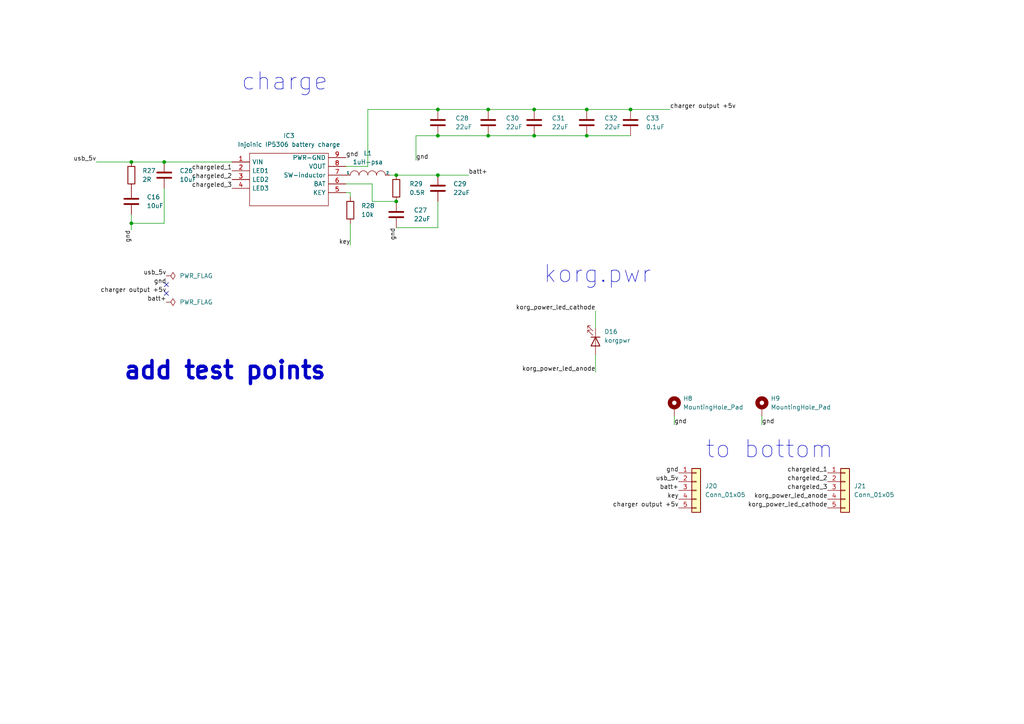
<source format=kicad_sch>
(kicad_sch (version 20211123) (generator eeschema)
  (paper "A4")
  (lib_symbols
    (symbol "Connector_Generic:Conn_01x05" (pin_names (offset 1.016) hide)
      (property "Reference" "J" (at 0 7.62 0))
      (property "Value" "Conn_01x05" (at 0 -7.62 0))
      (symbol "Conn_01x05_1_1"
        (rectangle (start -1.27 -4.953) (end 0 -5.207) (stroke (width 0.1524)))
        (rectangle (start -1.27 -2.413) (end 0 -2.667) (stroke (width 0.1524)))
        (rectangle (start -1.27 0.127) (end 0 -0.127) (stroke (width 0.1524)))
        (rectangle (start -1.27 2.667) (end 0 2.413) (stroke (width 0.1524)))
        (rectangle (start -1.27 5.207) (end 0 4.953) (stroke (width 0.1524)))
        (rectangle (start -1.27 6.35) (end 1.27 -6.35) (stroke (width 0.254)) (fill (type background)))
        (pin passive line (at -5.08 5.08 0) (length 3.81) (name "Pin_1") (number "1"))
        (pin passive line (at -5.08 2.54 0) (length 3.81) (name "Pin_2") (number "2"))
        (pin passive line (at -5.08 0 0) (length 3.81) (name "Pin_3") (number "3"))
        (pin passive line (at -5.08 -2.54 0) (length 3.81) (name "Pin_4") (number "4"))
        (pin passive line (at -5.08 -5.08 0) (length 3.81) (name "Pin_5") (number "5"))
      )
    )
    (symbol "Device:C" (pin_numbers hide) (pin_names (offset 0.254))
      (property "Reference" "C" (at 0.635 2.54 0))
      (property "Value" "C" (at 0.635 -2.54 0))
      (symbol "C_0_1"
        (polyline (pts (xy -2.032 -0.762) (xy 2.032 -0.762)) (stroke (width 0.508)))
        (polyline (pts (xy -2.032 0.762) (xy 2.032 0.762)) (stroke (width 0.508)))
      )
      (symbol "C_1_1"
        (pin passive line (at 0 3.81 270) (length 2.794) (name "~") (number "1"))
        (pin passive line (at 0 -3.81 90) (length 2.794) (name "~") (number "2"))
      )
    )
    (symbol "Device:LED" (pin_numbers hide) (pin_names (offset 1.016) hide)
      (property "Reference" "D" (at 0 2.54 0))
      (property "Value" "LED" (at 0 -2.54 0))
      (symbol "LED_0_1"
        (polyline (pts (xy -1.27 -1.27) (xy -1.27 1.27)) (stroke (width 0.254)))
        (polyline (pts (xy -1.27 0) (xy 1.27 0)))
        (polyline (pts (xy 1.27 -1.27) (xy 1.27 1.27) (xy -1.27 0) (xy 1.27 -1.27)) (stroke (width 0.254)))
        (polyline (pts (xy -3.048 -0.762) (xy -4.572 -2.286) (xy -3.81 -2.286) (xy -4.572 -2.286) (xy -4.572 -1.524)))
        (polyline (pts (xy -1.778 -0.762) (xy -3.302 -2.286) (xy -2.54 -2.286) (xy -3.302 -2.286) (xy -3.302 -1.524)))
      )
      (symbol "LED_1_1"
        (pin passive line (at -3.81 0 0) (length 2.54) (name "K") (number "1"))
        (pin passive line (at 3.81 0 180) (length 2.54) (name "A") (number "2"))
      )
    )
    (symbol "Device:R" (pin_numbers hide) (pin_names (offset 0))
      (property "Reference" "R" (at 2.032 0 90))
      (property "Value" "R" (at 0 0 90))
      (symbol "R_0_1"
        (rectangle (start -1.016 -2.54) (end 1.016 2.54) (stroke (width 0.254)))
      )
      (symbol "R_1_1"
        (pin passive line (at 0 3.81 270) (length 1.27) (name "~") (number "1"))
        (pin passive line (at 0 -3.81 90) (length 1.27) (name "~") (number "2"))
      )
    )
    (symbol "Mechanical:MountingHole_Pad" (pin_numbers hide) (pin_names (offset 1.016) hide)
      (property "Reference" "H" (at 0 6.35 0))
      (property "Value" "MountingHole_Pad" (at 0 4.445 0))
      (symbol "MountingHole_Pad_0_1"
        (circle (center 0 1.27) (radius 1.27) (stroke (width 1.27)))
      )
      (symbol "MountingHole_Pad_1_1"
        (pin input line (at 0 -2.54 90) (length 2.54) (name "1") (number "1"))
      )
    )
    (symbol "clarinoid2:Injoinic IP5306 battery charge" (pin_names (offset 0.762))
      (property "Reference" "IC" (at -11.43 10.16 0))
      (property "Value" "Injoinic IP5306 battery charge" (at -11.43 7.62 0))
      (symbol "Injoinic IP5306 battery charge_0_0"
        (pin power_in line (at -16.51 3.81 0) (length 5.08) (name "VIN") (number "1"))
        (pin output line (at -16.51 1.27 0) (length 5.08) (name "LED1") (number "2"))
        (pin output line (at -16.51 -1.27 0) (length 5.08) (name "LED2") (number "3"))
        (pin passive line (at -16.51 -3.81 0) (length 5.08) (name "LED3") (number "4"))
        (pin passive line (at 16.51 -5.08 180) (length 5.08) (name "KEY") (number "5"))
        (pin passive line (at 16.51 -2.54 180) (length 5.08) (name "BAT") (number "6"))
        (pin passive line (at 16.51 0 180) (length 5.08) (name "SW-inductor") (number "7"))
        (pin power_out line (at 16.51 2.54 180) (length 5.08) (name "VOUT") (number "8"))
        (pin power_out line (at 16.51 5.08 180) (length 5.08) (name "PWR-GND") (number "9"))
      )
      (symbol "Injoinic IP5306 battery charge_0_1"
        (polyline (pts (xy -11.43 6.35) (xy 11.43 6.35) (xy 11.43 -8.89) (xy -11.43 -8.89) (xy -11.43 6.35)) (stroke (width 0.1524)))
      )
    )
    (symbol "power:PWR_FLAG" (power) (pin_numbers hide) (pin_names (offset 0) hide)
      (property "Value" "PWR_FLAG" (at 0 3.81 0))
      (symbol "PWR_FLAG_0_0"
        (pin power_out line (at 0 0 90) (length 0) (name "pwr") (number "1"))
      )
      (symbol "PWR_FLAG_0_1"
        (polyline (pts (xy 0 0) (xy 0 1.27) (xy -1.016 1.905) (xy 0 2.54) (xy 1.016 1.905) (xy 0 1.27)))
      )
    )
    (symbol "pspice:INDUCTOR" (pin_numbers hide) (pin_names (offset 0))
      (property "Reference" "L" (at 0 2.54 0))
      (property "Value" "INDUCTOR" (at 0 -1.27 0))
      (symbol "INDUCTOR_0_1"
        (arc (start -2.54 0) (mid -3.81 1.27) (end -5.08 0))
        (arc (start 0 0) (mid -1.27 1.27) (end -2.54 0))
        (arc (start 2.54 0) (mid 1.27 1.27) (end 0 0))
        (arc (start 5.08 0) (mid 3.81 1.27) (end 2.54 0))
      )
      (symbol "INDUCTOR_1_1"
        (pin input line (at -6.35 0 0) (length 1.27) (name "1") (number "1"))
        (pin input line (at 6.35 0 180) (length 1.27) (name "2") (number "2"))
      )
    )
  )
  (junction (at 38.1 46.99))
  (junction (at 141.605 31.75))
  (junction (at 47.625 46.99))
  (junction (at 114.935 58.42))
  (junction (at 141.605 39.37))
  (junction (at 38.1 64.77))
  (junction (at 170.18 31.75))
  (junction (at 127 31.75))
  (junction (at 154.94 39.37))
  (junction (at 154.94 31.75))
  (junction (at 127 50.8))
  (junction (at 170.18 39.37))
  (junction (at 182.88 31.75))
  (junction (at 114.935 50.8))
  (junction (at 127 39.37))
  (no_connect (at 48.26 82.55))
  (no_connect (at 48.26 85.09))
  (wire (pts (xy 120.65 39.37) (xy 120.65 46.482)))
  (wire (pts (xy 47.625 64.77) (xy 38.1 64.77)))
  (wire (pts (xy 114.935 50.8) (xy 127 50.8)))
  (wire (pts (xy 127 66.04) (xy 127 58.42)))
  (wire (pts (xy 100.33 48.26) (xy 106.68 48.26)))
  (wire (pts (xy 38.1 64.77) (xy 38.1 66.675)))
  (wire (pts (xy 172.72 90.17) (xy 172.72 95.25)))
  (wire (pts (xy 101.6 71.12) (xy 101.6 64.77)))
  (wire (pts (xy 114.935 66.04) (xy 127 66.04)))
  (wire (pts (xy 38.1 62.23) (xy 38.1 64.77)))
  (wire (pts (xy 101.6 55.88) (xy 101.6 57.15)))
  (wire (pts (xy 182.88 39.37) (xy 170.18 39.37)))
  (wire (pts (xy 182.88 31.75) (xy 170.18 31.75)))
  (wire (pts (xy 141.605 31.75) (xy 127 31.75)))
  (wire (pts (xy 107.95 58.42) (xy 114.935 58.42)))
  (wire (pts (xy 107.95 53.34) (xy 107.95 58.42)))
  (wire (pts (xy 195.58 123.19) (xy 195.58 120.65)))
  (wire (pts (xy 170.18 31.75) (xy 154.94 31.75)))
  (wire (pts (xy 154.94 39.37) (xy 141.605 39.37)))
  (wire (pts (xy 194.31 31.75) (xy 182.88 31.75)))
  (wire (pts (xy 172.72 107.95) (xy 172.72 102.87)))
  (wire (pts (xy 27.94 46.99) (xy 38.1 46.99)))
  (wire (pts (xy 154.94 31.75) (xy 141.605 31.75)))
  (wire (pts (xy 127 39.37) (xy 120.65 39.37)))
  (wire (pts (xy 38.1 46.99) (xy 47.625 46.99)))
  (wire (pts (xy 106.68 48.26) (xy 106.68 31.75)))
  (wire (pts (xy 170.18 39.37) (xy 154.94 39.37)))
  (wire (pts (xy 106.68 31.75) (xy 127 31.75)))
  (wire (pts (xy 220.98 123.19) (xy 220.98 120.65)))
  (wire (pts (xy 141.605 39.37) (xy 127 39.37)))
  (wire (pts (xy 100.33 55.88) (xy 101.6 55.88)))
  (wire (pts (xy 47.625 54.61) (xy 47.625 64.77)))
  (wire (pts (xy 100.33 53.34) (xy 107.95 53.34)))
  (wire (pts (xy 113.03 50.8) (xy 114.935 50.8)))
  (wire (pts (xy 47.625 46.99) (xy 67.31 46.99)))
  (wire (pts (xy 127 50.8) (xy 135.89 50.8)))
  (text "to bottom" (at 204.47 133.35 0) (effects (font (size 5 5)) (justify left bottom)))
  (text "korg.pwr" (at 157.48 82.55 0) (effects (font (size 5 5)) (justify left bottom)))
  (text "add test points" (at 35.56 110.49 0) (effects (font (size 5 5) (thickness 1) bold) (justify left bottom)))
  (text "charge" (at 69.85 26.67 0) (effects (font (size 5 5)) (justify left bottom)))
  (label "usb_5v" (at 196.85 139.7 180))
  (label "chargeled_2" (at 67.31 52.07 180))
  (label "chargeled_2" (at 240.03 139.7 180))
  (label "chargeled_3" (at 67.31 54.61 180))
  (label "batt+" (at 48.26 87.63 180))
  (label "korg_power_led_cathode" (at 172.72 90.17 180))
  (label "chargeled_1" (at 67.31 49.53 180))
  (label "gnd" (at 38.1 66.675 270))
  (label "charger output +5v" (at 48.26 85.09 180))
  (label "gnd" (at 196.85 137.16 180))
  (label "usb_5v" (at 27.94 46.99 180))
  (label "gnd" (at 120.65 46.482 0))
  (label "gnd" (at 220.98 123.19 0))
  (label "charger output +5v" (at 196.85 147.32 180))
  (label "korg_power_led_cathode" (at 240.03 147.32 180))
  (label "usb_5v" (at 48.26 80.01 180))
  (label "charger output +5v" (at 194.31 31.75 0))
  (label "chargeled_3" (at 240.03 142.24 180))
  (label "gnd" (at 114.935 66.04 270))
  (label "gnd" (at 48.26 82.55 180))
  (label "chargeled_1" (at 240.03 137.16 180))
  (label "key" (at 101.6 71.12 180))
  (label "gnd" (at 195.58 123.19 0))
  (label "batt+" (at 196.85 142.24 180))
  (label "gnd" (at 100.33 45.72 0))
  (label "key" (at 196.85 144.78 180))
  (label "batt+" (at 135.89 50.8 0))
  (label "korg_power_led_anode" (at 240.03 144.78 180))
  (label "korg_power_led_anode" (at 172.72 107.95 180))
  (symbol (lib_id "Device:R") (at 38.1 50.8 0) (unit 1)
    (property "Reference" "R27" (at 41.275 49.5299 0) (effects (justify left)))
    (property "Value" "2R" (at 41.275 52.0699 0) (effects (justify left)))
    (property "Footprint" "Resistor_SMD:R_1206_3216Metric" (effects hide))
    (property "verif" "1" (effects hide))
  )
  (symbol (lib_id "pspice:INDUCTOR") (at 106.68 50.8 0) (unit 1)
    (property "Reference" "L1" (at 106.68 44.45 0))
    (property "Value" "1uH-psa" (at 106.68 46.99 0))
    (property "Footprint" "clarinoid2:Inductor_MCS0630-1R0MN2" (effects hide))
    (property "LCSC part number" "C385251" (effects hide))
    (property "verif" "1" (effects hide))
    (property "LCSC" "C385251" (effects hide))
  )
  (symbol (lib_id "clarinoid2:Injoinic IP5306 battery charge") (at 83.82 50.8 0) (unit 1)
    (property "Reference" "IC3" (at 83.82 39.37 0))
    (property "Value" "Injoinic IP5306 battery charge" (at 83.82 41.91 0))
    (property "Footprint" "clarinoid2:SOIC127P599X155-9N (IP5306)" (effects hide))
    (property "Datasheet" "http://www.injoinic.com/wwwroot/uploads/files/20200221/0405f23c247a34d3990ae100c8b20a27.pdf" (effects hide))
    (property "LCSC part number" "C181692" (effects hide))
    (property "verif" "1" (effects hide))
    (property "LCSC" "C181692" (effects hide))
  )
  (symbol (lib_id "Connector_Generic:Conn_01x05") (at 201.93 142.24 0) (unit 1) (in_bom no)
    (property "Reference" "J20" (at 204.47 140.9699 0) (effects (justify left)))
    (property "Value" "Conn_01x05" (at 204.47 143.5099 0) (effects (justify left)))
    (property "Footprint" "Connector_PinSocket_2.54mm:PinSocket_1x05_P2.54mm_Vertical" (effects hide))
  )
  (symbol (lib_id "Device:LED") (at 172.72 99.06 270) (unit 1)
    (property "Reference" "D16" (at 175.26 96.2024 90) (effects (justify left)))
    (property "Value" "korgpwr" (at 175.26 98.7424 90) (effects (justify left)))
    (property "Footprint" "LED_SMD:LED_0805_2012Metric" (effects hide))
    (property "LCSC part number" "C264424" (effects hide))
    (property "verif" "1" (effects hide))
    (property "LCSC" "C264424" (effects hide))
  )
  (symbol (lib_id "Device:R") (at 101.6 60.96 0) (unit 1)
    (property "Reference" "R28" (at 104.775 59.6899 0) (effects (justify left)))
    (property "Value" "10k" (at 104.775 62.2299 0) (effects (justify left)))
    (property "Footprint" "Resistor_SMD:R_1206_3216Metric" (effects hide))
    (property "verif" "1" (effects hide))
  )
  (symbol (lib_id "Device:C") (at 127 54.61 0) (unit 1)
    (property "Reference" "C29" (at 131.445 53.3399 0) (effects (justify left)))
    (property "Value" "22uF" (at 131.445 55.8799 0) (effects (justify left)))
    (property "Footprint" "Capacitor_SMD:C_1206_3216Metric" (effects hide))
    (property "LCSC part number" "C12891" (effects hide))
    (property "verif" "1" (effects hide))
    (property "LCSC" "C12891" (effects hide))
  )
  (symbol (lib_id "Device:C") (at 141.605 35.56 0) (unit 1)
    (property "Reference" "C30" (at 146.685 34.2899 0) (effects (justify left)))
    (property "Value" "22uF" (at 146.685 36.8299 0) (effects (justify left)))
    (property "Footprint" "Capacitor_SMD:C_1206_3216Metric" (effects hide))
    (property "LCSC part number" "C12891" (effects hide))
    (property "verif" "1" (effects hide))
    (property "LCSC" "C12891" (effects hide))
  )
  (symbol (lib_id "Mechanical:MountingHole_Pad") (at 220.98 118.11 0) (unit 1) (in_bom no)
    (property "Reference" "H9" (at 223.52 115.5699 0) (effects (justify left)))
    (property "Value" "MountingHole_Pad" (at 223.52 118.1099 0) (effects (justify left)))
    (property "Footprint" "MountingHole:MountingHole_3.2mm_M3_Pad_Via" (effects hide))
  )
  (symbol (lib_id "power:PWR_FLAG") (at 48.26 80.01 270) (unit 1)
    (property "Reference" "#FLG0105" (effects hide))
    (property "Value" "PWR_FLAG" (at 52.07 80.0099 90) (effects (justify left)))
  )
  (symbol (lib_id "Device:C") (at 154.94 35.56 0) (unit 1)
    (property "Reference" "C31" (at 160.02 34.2899 0) (effects (justify left)))
    (property "Value" "22uF" (at 160.02 36.8299 0) (effects (justify left)))
    (property "Footprint" "Capacitor_SMD:C_1206_3216Metric" (effects hide))
    (property "verif" "1" (effects hide))
  )
  (symbol (lib_id "Connector_Generic:Conn_01x05") (at 245.11 142.24 0) (unit 1) (in_bom no)
    (property "Reference" "J21" (at 247.65 140.9699 0) (effects (justify left)))
    (property "Value" "Conn_01x05" (at 247.65 143.5099 0) (effects (justify left)))
    (property "Footprint" "Connector_PinSocket_2.54mm:PinSocket_1x05_P2.54mm_Vertical" (effects hide))
  )
  (symbol (lib_id "Device:C") (at 114.935 62.23 0) (unit 1)
    (property "Reference" "C27" (at 120.015 60.9599 0) (effects (justify left)))
    (property "Value" "22uF" (at 120.015 63.4999 0) (effects (justify left)))
    (property "Footprint" "Capacitor_SMD:C_1206_3216Metric" (effects hide))
    (property "LCSC part number" "C12891" (effects hide))
    (property "verif" "1" (effects hide))
    (property "LCSC" "C12891" (effects hide))
  )
  (symbol (lib_id "Mechanical:MountingHole_Pad") (at 195.58 118.11 0) (unit 1) (in_bom no)
    (property "Reference" "H8" (at 198.12 115.5699 0) (effects (justify left)))
    (property "Value" "MountingHole_Pad" (at 198.12 118.1099 0) (effects (justify left)))
    (property "Footprint" "MountingHole:MountingHole_3.2mm_M3_Pad_Via" (effects hide))
  )
  (symbol (lib_id "power:PWR_FLAG") (at 48.26 87.63 270) (unit 1)
    (property "Reference" "#FLG0108" (effects hide))
    (property "Value" "PWR_FLAG" (at 52.07 87.6299 90) (effects (justify left)))
  )
  (symbol (lib_id "Device:C") (at 127 35.56 0) (unit 1)
    (property "Reference" "C28" (at 132.08 34.2899 0) (effects (justify left)))
    (property "Value" "22uF" (at 132.08 36.8299 0) (effects (justify left)))
    (property "Footprint" "Capacitor_SMD:C_1206_3216Metric" (effects hide))
    (property "LCSC part number" "C12891" (effects hide))
    (property "verif" "1" (effects hide))
    (property "LCSC" "C12891" (effects hide))
  )
  (symbol (lib_id "Device:C") (at 47.625 50.8 0) (unit 1)
    (property "Reference" "C26" (at 52.07 49.5299 0) (effects (justify left)))
    (property "Value" "10uF" (at 52.07 52.0699 0) (effects (justify left)))
    (property "Footprint" "Capacitor_SMD:C_1206_3216Metric" (effects hide))
    (property "LCSC part number" "C13585" (effects hide))
    (property "verif" "1" (effects hide))
    (property "LCSC" "C13585" (effects hide))
  )
  (symbol (lib_id "Device:C") (at 38.1 58.42 0) (unit 1)
    (property "Reference" "C16" (at 42.545 57.1499 0) (effects (justify left)))
    (property "Value" "10uF" (at 42.545 59.6899 0) (effects (justify left)))
    (property "Footprint" "Capacitor_SMD:C_1206_3216Metric" (effects hide))
    (property "LCSC part number" "C13585" (effects hide))
    (property "verif" "1" (effects hide))
    (property "LCSC" "C13585" (effects hide))
  )
  (symbol (lib_id "Device:C") (at 182.88 35.56 0) (unit 1)
    (property "Reference" "C33" (at 187.325 34.2899 0) (effects (justify left)))
    (property "Value" "0.1uF" (at 187.325 36.8299 0) (effects (justify left)))
    (property "Footprint" "Capacitor_SMD:C_1206_3216Metric" (effects hide))
    (property "LCSC part number" "C24497" (effects hide))
    (property "verif" "1" (effects hide))
    (property "LCSC" "C24497" (effects hide))
  )
  (symbol (lib_id "Device:R") (at 114.935 54.61 0) (unit 1)
    (property "Reference" "R29" (at 118.745 53.3399 0) (effects (justify left)))
    (property "Value" "0.5R" (at 118.745 55.8799 0) (effects (justify left)))
    (property "Footprint" "Resistor_SMD:R_1206_3216Metric" (effects hide))
    (property "verif" "1" (effects hide))
  )
  (symbol (lib_id "Device:C") (at 170.18 35.56 0) (unit 1)
    (property "Reference" "C32" (at 175.26 34.2899 0) (effects (justify left)))
    (property "Value" "22uF" (at 175.26 36.8299 0) (effects (justify left)))
    (property "Footprint" "Capacitor_SMD:C_1206_3216Metric" (effects hide))
    (property "verif" "1" (effects hide))
  )
)
</source>
